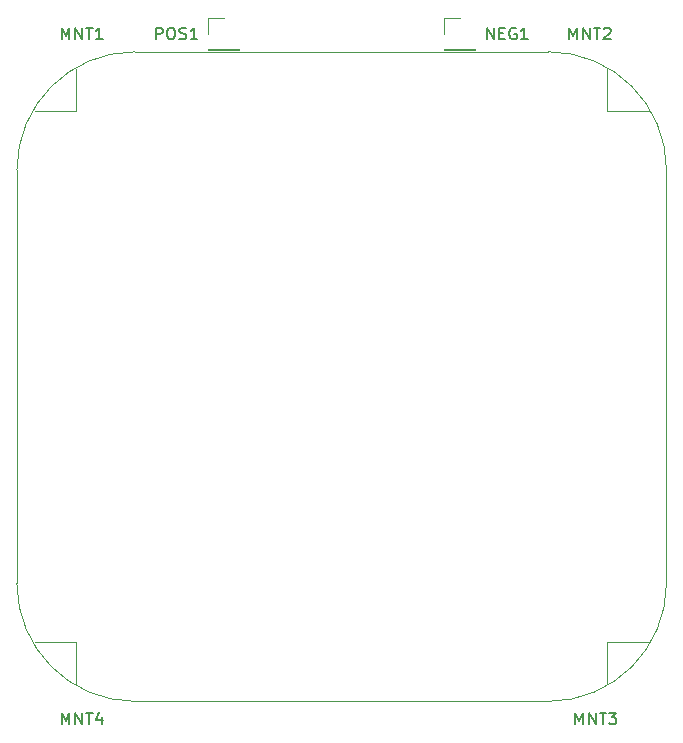
<source format=gbr>
G04 #@! TF.GenerationSoftware,KiCad,Pcbnew,(5.0.0)*
G04 #@! TF.CreationDate,2020-03-30T15:38:54-04:00*
G04 #@! TF.ProjectId,10W White LED,313057205768697465204C45442E6B69,rev?*
G04 #@! TF.SameCoordinates,Original*
G04 #@! TF.FileFunction,Legend,Top*
G04 #@! TF.FilePolarity,Positive*
%FSLAX46Y46*%
G04 Gerber Fmt 4.6, Leading zero omitted, Abs format (unit mm)*
G04 Created by KiCad (PCBNEW (5.0.0)) date 03/30/20 15:38:54*
%MOMM*%
%LPD*%
G01*
G04 APERTURE LIST*
%ADD10C,0.100000*%
%ADD11C,0.120000*%
%ADD12C,0.150000*%
G04 APERTURE END LIST*
D10*
G04 #@! TO.C,HEATSINK1*
X127500000Y-122500000D02*
X124000000Y-122500000D01*
X172500000Y-77500000D02*
X176000000Y-77500000D01*
X127500000Y-122500000D02*
X127500000Y-126000000D01*
X172500000Y-77500000D02*
X172500000Y-74000000D01*
X172500000Y-122500000D02*
X176000000Y-122500000D01*
X172500000Y-122500000D02*
X172500000Y-126000000D01*
X122500000Y-82500000D02*
X122500000Y-117500000D01*
X167500000Y-72500000D02*
X132500000Y-72500000D01*
X132500000Y-127500000D02*
X167500000Y-127500000D01*
X167500000Y-72500000D02*
G75*
G02X177500000Y-82500000I0J-10000000D01*
G01*
X122500000Y-82500000D02*
G75*
G02X132500000Y-72500000I10000000J0D01*
G01*
X132500000Y-127500000D02*
G75*
G02X122500000Y-117500000I0J10000000D01*
G01*
X177500000Y-117500000D02*
X177500000Y-82500000D01*
X177500000Y-117500000D02*
G75*
G02X167500000Y-127500000I-10000000J0D01*
G01*
X127500000Y-77500000D02*
X127500000Y-74000000D01*
X127500000Y-77500000D02*
X124000000Y-77500000D01*
D11*
G04 #@! TO.C,NEG1*
X158670000Y-69670000D02*
X160000000Y-69670000D01*
X158670000Y-71000000D02*
X158670000Y-69670000D01*
X158670000Y-72270000D02*
X161330000Y-72270000D01*
X161330000Y-72270000D02*
X161330000Y-72330000D01*
X158670000Y-72270000D02*
X158670000Y-72330000D01*
X158670000Y-72330000D02*
X161330000Y-72330000D01*
G04 #@! TO.C,POS1*
X138670000Y-72330000D02*
X141330000Y-72330000D01*
X138670000Y-72270000D02*
X138670000Y-72330000D01*
X141330000Y-72270000D02*
X141330000Y-72330000D01*
X138670000Y-72270000D02*
X141330000Y-72270000D01*
X138670000Y-71000000D02*
X138670000Y-69670000D01*
X138670000Y-69670000D02*
X140000000Y-69670000D01*
G04 #@! TO.C,MNT1*
D12*
X126285714Y-71452380D02*
X126285714Y-70452380D01*
X126619047Y-71166666D01*
X126952380Y-70452380D01*
X126952380Y-71452380D01*
X127428571Y-71452380D02*
X127428571Y-70452380D01*
X128000000Y-71452380D01*
X128000000Y-70452380D01*
X128333333Y-70452380D02*
X128904761Y-70452380D01*
X128619047Y-71452380D02*
X128619047Y-70452380D01*
X129761904Y-71452380D02*
X129190476Y-71452380D01*
X129476190Y-71452380D02*
X129476190Y-70452380D01*
X129380952Y-70595238D01*
X129285714Y-70690476D01*
X129190476Y-70738095D01*
G04 #@! TO.C,MNT2*
X169285714Y-71452380D02*
X169285714Y-70452380D01*
X169619047Y-71166666D01*
X169952380Y-70452380D01*
X169952380Y-71452380D01*
X170428571Y-71452380D02*
X170428571Y-70452380D01*
X171000000Y-71452380D01*
X171000000Y-70452380D01*
X171333333Y-70452380D02*
X171904761Y-70452380D01*
X171619047Y-71452380D02*
X171619047Y-70452380D01*
X172190476Y-70547619D02*
X172238095Y-70500000D01*
X172333333Y-70452380D01*
X172571428Y-70452380D01*
X172666666Y-70500000D01*
X172714285Y-70547619D01*
X172761904Y-70642857D01*
X172761904Y-70738095D01*
X172714285Y-70880952D01*
X172142857Y-71452380D01*
X172761904Y-71452380D01*
G04 #@! TO.C,MNT3*
X169785714Y-129452380D02*
X169785714Y-128452380D01*
X170119047Y-129166666D01*
X170452380Y-128452380D01*
X170452380Y-129452380D01*
X170928571Y-129452380D02*
X170928571Y-128452380D01*
X171500000Y-129452380D01*
X171500000Y-128452380D01*
X171833333Y-128452380D02*
X172404761Y-128452380D01*
X172119047Y-129452380D02*
X172119047Y-128452380D01*
X172642857Y-128452380D02*
X173261904Y-128452380D01*
X172928571Y-128833333D01*
X173071428Y-128833333D01*
X173166666Y-128880952D01*
X173214285Y-128928571D01*
X173261904Y-129023809D01*
X173261904Y-129261904D01*
X173214285Y-129357142D01*
X173166666Y-129404761D01*
X173071428Y-129452380D01*
X172785714Y-129452380D01*
X172690476Y-129404761D01*
X172642857Y-129357142D01*
G04 #@! TO.C,MNT4*
X126285714Y-129452380D02*
X126285714Y-128452380D01*
X126619047Y-129166666D01*
X126952380Y-128452380D01*
X126952380Y-129452380D01*
X127428571Y-129452380D02*
X127428571Y-128452380D01*
X128000000Y-129452380D01*
X128000000Y-128452380D01*
X128333333Y-128452380D02*
X128904761Y-128452380D01*
X128619047Y-129452380D02*
X128619047Y-128452380D01*
X129666666Y-128785714D02*
X129666666Y-129452380D01*
X129428571Y-128404761D02*
X129190476Y-129119047D01*
X129809523Y-129119047D01*
G04 #@! TO.C,NEG1*
X162285714Y-71452380D02*
X162285714Y-70452380D01*
X162857142Y-71452380D01*
X162857142Y-70452380D01*
X163333333Y-70928571D02*
X163666666Y-70928571D01*
X163809523Y-71452380D02*
X163333333Y-71452380D01*
X163333333Y-70452380D01*
X163809523Y-70452380D01*
X164761904Y-70500000D02*
X164666666Y-70452380D01*
X164523809Y-70452380D01*
X164380952Y-70500000D01*
X164285714Y-70595238D01*
X164238095Y-70690476D01*
X164190476Y-70880952D01*
X164190476Y-71023809D01*
X164238095Y-71214285D01*
X164285714Y-71309523D01*
X164380952Y-71404761D01*
X164523809Y-71452380D01*
X164619047Y-71452380D01*
X164761904Y-71404761D01*
X164809523Y-71357142D01*
X164809523Y-71023809D01*
X164619047Y-71023809D01*
X165761904Y-71452380D02*
X165190476Y-71452380D01*
X165476190Y-71452380D02*
X165476190Y-70452380D01*
X165380952Y-70595238D01*
X165285714Y-70690476D01*
X165190476Y-70738095D01*
G04 #@! TO.C,POS1*
X134261904Y-71452380D02*
X134261904Y-70452380D01*
X134642857Y-70452380D01*
X134738095Y-70500000D01*
X134785714Y-70547619D01*
X134833333Y-70642857D01*
X134833333Y-70785714D01*
X134785714Y-70880952D01*
X134738095Y-70928571D01*
X134642857Y-70976190D01*
X134261904Y-70976190D01*
X135452380Y-70452380D02*
X135642857Y-70452380D01*
X135738095Y-70500000D01*
X135833333Y-70595238D01*
X135880952Y-70785714D01*
X135880952Y-71119047D01*
X135833333Y-71309523D01*
X135738095Y-71404761D01*
X135642857Y-71452380D01*
X135452380Y-71452380D01*
X135357142Y-71404761D01*
X135261904Y-71309523D01*
X135214285Y-71119047D01*
X135214285Y-70785714D01*
X135261904Y-70595238D01*
X135357142Y-70500000D01*
X135452380Y-70452380D01*
X136261904Y-71404761D02*
X136404761Y-71452380D01*
X136642857Y-71452380D01*
X136738095Y-71404761D01*
X136785714Y-71357142D01*
X136833333Y-71261904D01*
X136833333Y-71166666D01*
X136785714Y-71071428D01*
X136738095Y-71023809D01*
X136642857Y-70976190D01*
X136452380Y-70928571D01*
X136357142Y-70880952D01*
X136309523Y-70833333D01*
X136261904Y-70738095D01*
X136261904Y-70642857D01*
X136309523Y-70547619D01*
X136357142Y-70500000D01*
X136452380Y-70452380D01*
X136690476Y-70452380D01*
X136833333Y-70500000D01*
X137785714Y-71452380D02*
X137214285Y-71452380D01*
X137500000Y-71452380D02*
X137500000Y-70452380D01*
X137404761Y-70595238D01*
X137309523Y-70690476D01*
X137214285Y-70738095D01*
G04 #@! TD*
M02*

</source>
